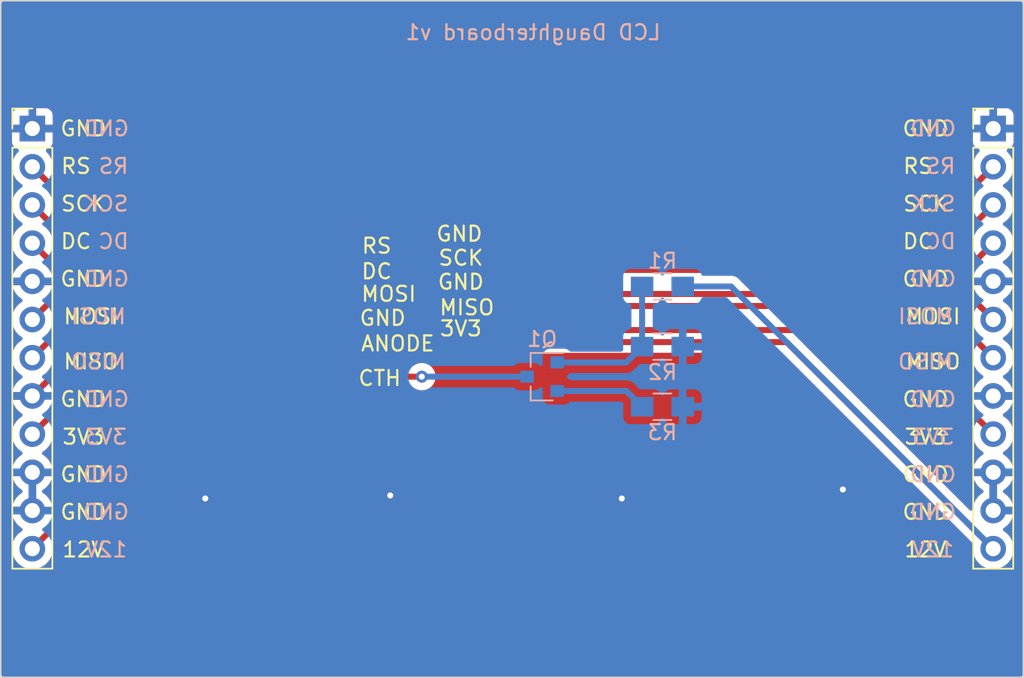
<source format=kicad_pcb>
(kicad_pcb (version 20221018) (generator pcbnew)
  (layers (0 "F.Cu" signal) (31 "B.Cu" signal) (34 "B.Paste" user) (35 "F.Paste" user) (36 "B.SilkS" user "B.Silkscreen") (37 "F.SilkS" user "F.Silkscreen") (38 "B.Mask" user) (39 "F.Mask" user) (44 "Edge.Cuts" user))
  (net 0 "")
  (net 1 "VCC")
  (net 2 "GND")
  (net 3 "LCD_MISO")
  (net 4 "LCD_MOSI")
  (net 5 "LCD_DC")
  (net 6 "LCD_SCK")
  (net 7 "LCD_RESET")
  (net 8 "Net-(Q1-Pad1)")
  (net 9 "Net-(Q1-Pad2)")
  (net 10 "+3V3")
  (net 11 "LCD_CATHODE")
  (net 12 "Net-(U1-Pad15)")
  (net 13 "Net-(U1-Pad16)")
  (net 14 "Net-(U1-Pad17)")
  (net 15 "Net-(U1-Pad18)")
  (footprint "Custom_Footprints:18x0.8mmLCDConnector" (layer "F.Cu") (at 121.5 115.5 -90)
    (fp_text reference "U1" hide)
    (fp_text value "ILI9341_SPI_Bare")
    (pad "1" smd rect (at 0 0 270) (size 0.4 3) (layers "F.Cu" "F.Paste" "F.Mask") (net 2 "GND"))
    (pad "2" smd rect (at 0.8 0 270) (size 0.4 3) (layers "F.Cu" "F.Paste" "F.Mask") (net 7 "LCD_RESET"))
    (pad "3" smd rect (at 1.6 0 270) (size 0.4 3) (layers "F.Cu" "F.Paste" "F.Mask") (net 6 "LCD_SCK"))
    (pad "4" smd rect (at 2.4 0 270) (size 0.4 3) (layers "F.Cu" "F.Paste" "F.Mask") (net 5 "LCD_DC"))
    (pad "5" smd rect (at 3.2 0 270) (size 0.4 3) (layers "F.Cu" "F.Paste" "F.Mask") (net 2 "GND"))
    (pad "6" smd rect (at 4 0 270) (size 0.4 3) (layers "F.Cu" "F.Paste" "F.Mask") (net 4 "LCD_MOSI"))
    (pad "7" smd rect (at 4.8 0 270) (size 0.4 3) (layers "F.Cu" "F.Paste" "F.Mask") (net 3 "LCD_MISO"))
    (pad "8" smd rect (at 5.6 0 270) (size 0.4 3) (layers "F.Cu" "F.Paste" "F.Mask") (net 2 "GND"))
    (pad "9" smd rect (at 6.4 0 270) (size 0.4 3) (layers "F.Cu" "F.Paste" "F.Mask") (net 10 "+3V3"))
    (pad "10" smd rect (at 7.2 0 270) (size 0.4 3) (layers "F.Cu" "F.Paste" "F.Mask") (net 1 "VCC"))
    (pad "11" smd rect (at 8 0 270) (size 0.4 3) (layers "F.Cu" "F.Paste" "F.Mask") (net 11 "LCD_CATHODE"))
    (pad "12" smd rect (at 8.8 0 270) (size 0.4 3) (layers "F.Cu" "F.Paste" "F.Mask") (net 11 "LCD_CATHODE"))
    (pad "13" smd rect (at 9.6 0 270) (size 0.4 3) (layers "F.Cu" "F.Paste" "F.Mask") (net 11 "LCD_CATHODE"))
    (pad "14" smd rect (at 10.4 0 270) (size 0.4 3) (layers "F.Cu" "F.Paste" "F.Mask") (net 11 "LCD_CATHODE"))
    (pad "15" smd rect (at 11.2 0 270) (size 0.4 3) (layers "F.Cu" "F.Paste" "F.Mask") (net 12 "Net-(U1-Pad15)"))
    (pad "16" smd rect (at 12 0 270) (size 0.4 3) (layers "F.Cu" "F.Paste" "F.Mask") (net 13 "Net-(U1-Pad16)"))
    (pad "17" smd rect (at 12.8 0 270) (size 0.4 3) (layers "F.Cu" "F.Paste" "F.Mask") (net 14 "Net-(U1-Pad17)"))
    (pad "18" smd rect (at 13.6 0 270) (size 0.4 3) (layers "F.Cu" "F.Paste" "F.Mask") (net 15 "Net-(U1-Pad18)"))
  )
  (footprint "Pin_Headers:Pin_Header_Straight_1x12_Pitch2.54mm" (layer "F.Cu") (at 166 108.5)
    (fp_text reference "J2" hide)
    (fp_text value "Conn_01x12" hide)
    (fp_line (start -1.33 -1.33) (end 0 -1.33) (stroke (width 0.12)) (layer "F.SilkS"))
    (fp_line (start -1.33 0) (end -1.33 -1.33) (stroke (width 0.12)) (layer "F.SilkS"))
    (fp_line (start -1.33 1.27) (end -1.33 29.27) (stroke (width 0.12)) (layer "F.SilkS"))
    (fp_line (start -1.33 1.27) (end 1.33 1.27) (stroke (width 0.12)) (layer "F.SilkS"))
    (fp_line (start -1.33 29.27) (end 1.33 29.27) (stroke (width 0.12)) (layer "F.SilkS"))
    (fp_line (start 1.33 1.27) (end 1.33 29.27) (stroke (width 0.12)) (layer "F.SilkS"))
    (pad "1" thru_hole rect (at 0 0) (size 1.7 1.7) (drill 1) (layers "*.Cu" "*.Mask") (net 2 "GND"))
    (pad "2" thru_hole oval (at 0 2.54) (size 1.7 1.7) (drill 1) (layers "*.Cu" "*.Mask") (net 7 "LCD_RESET"))
    (pad "3" thru_hole oval (at 0 5.08) (size 1.7 1.7) (drill 1) (layers "*.Cu" "*.Mask") (net 6 "LCD_SCK"))
    (pad "4" thru_hole oval (at 0 7.62) (size 1.7 1.7) (drill 1) (layers "*.Cu" "*.Mask") (net 5 "LCD_DC"))
    (pad "5" thru_hole oval (at 0 10.16) (size 1.7 1.7) (drill 1) (layers "*.Cu" "*.Mask") (net 2 "GND"))
    (pad "6" thru_hole oval (at 0 12.7) (size 1.7 1.7) (drill 1) (layers "*.Cu" "*.Mask") (net 4 "LCD_MOSI"))
    (pad "7" thru_hole oval (at 0 15.24) (size 1.7 1.7) (drill 1) (layers "*.Cu" "*.Mask") (net 3 "LCD_MISO"))
    (pad "8" thru_hole oval (at 0 17.78) (size 1.7 1.7) (drill 1) (layers "*.Cu" "*.Mask") (net 2 "GND"))
    (pad "9" thru_hole oval (at 0 20.32) (size 1.7 1.7) (drill 1) (layers "*.Cu" "*.Mask") (net 10 "+3V3"))
    (pad "10" thru_hole oval (at 0 22.86) (size 1.7 1.7) (drill 1) (layers "*.Cu" "*.Mask") (net 2 "GND"))
    (pad "11" thru_hole oval (at 0 25.4) (size 1.7 1.7) (drill 1) (layers "*.Cu" "*.Mask") (net 2 "GND"))
    (pad "12" thru_hole oval (at 0 27.94) (size 1.7 1.7) (drill 1) (layers "*.Cu" "*.Mask") (net 1 "VCC"))
  )
  (footprint "Pin_Headers:Pin_Header_Straight_1x12_Pitch2.54mm" (layer "F.Cu") (at 102.1 108.5)
    (fp_text reference "J1" hide)
    (fp_text value "Conn_01x12" hide)
    (fp_line (start -1.33 -1.33) (end 0 -1.33) (stroke (width 0.12)) (layer "F.SilkS"))
    (fp_line (start -1.33 0) (end -1.33 -1.33) (stroke (width 0.12)) (layer "F.SilkS"))
    (fp_line (start -1.33 1.27) (end -1.33 29.27) (stroke (width 0.12)) (layer "F.SilkS"))
    (fp_line (start -1.33 1.27) (end 1.33 1.27) (stroke (width 0.12)) (layer "F.SilkS"))
    (fp_line (start -1.33 29.27) (end 1.33 29.27) (stroke (width 0.12)) (layer "F.SilkS"))
    (fp_line (start 1.33 1.27) (end 1.33 29.27) (stroke (width 0.12)) (layer "F.SilkS"))
    (pad "1" thru_hole rect (at 0 0) (size 1.7 1.7) (drill 1) (layers "*.Cu" "*.Mask") (net 2 "GND"))
    (pad "2" thru_hole oval (at 0 2.54) (size 1.7 1.7) (drill 1) (layers "*.Cu" "*.Mask") (net 7 "LCD_RESET"))
    (pad "3" thru_hole oval (at 0 5.08) (size 1.7 1.7) (drill 1) (layers "*.Cu" "*.Mask") (net 6 "LCD_SCK"))
    (pad "4" thru_hole oval (at 0 7.62) (size 1.7 1.7) (drill 1) (layers "*.Cu" "*.Mask") (net 5 "LCD_DC"))
    (pad "5" thru_hole oval (at 0 10.16) (size 1.7 1.7) (drill 1) (layers "*.Cu" "*.Mask") (net 2 "GND"))
    (pad "6" thru_hole oval (at 0 12.7) (size 1.7 1.7) (drill 1) (layers "*.Cu" "*.Mask") (net 4 "LCD_MOSI"))
    (pad "7" thru_hole oval (at 0 15.24) (size 1.7 1.7) (drill 1) (layers "*.Cu" "*.Mask") (net 3 "LCD_MISO"))
    (pad "8" thru_hole oval (at 0 17.78) (size 1.7 1.7) (drill 1) (layers "*.Cu" "*.Mask") (net 2 "GND"))
    (pad "9" thru_hole oval (at 0 20.32) (size 1.7 1.7) (drill 1) (layers "*.Cu" "*.Mask") (net 10 "+3V3"))
    (pad "10" thru_hole oval (at 0 22.86) (size 1.7 1.7) (drill 1) (layers "*.Cu" "*.Mask") (net 2 "GND"))
    (pad "11" thru_hole oval (at 0 25.4) (size 1.7 1.7) (drill 1) (layers "*.Cu" "*.Mask") (net 2 "GND"))
    (pad "12" thru_hole oval (at 0 27.94) (size 1.7 1.7) (drill 1) (layers "*.Cu" "*.Mask") (net 1 "VCC"))
  )
  (footprint "TO_SOT_Packages_SMD:SOT-23" (layer "B.Cu") (at 136 125 180)
    (fp_text reference "Q1" (at 0 2.5 180) (layer "B.SilkS") (effects (justify mirror)))
    (fp_text value "MMBT3904")
    (fp_line (start 0.76 -1.58) (end -0.7 -1.58) (stroke (width 0.12)) (layer "B.SilkS"))
    (fp_line (start 0.76 -1.58) (end 0.76 -0.65) (stroke (width 0.12)) (layer "B.SilkS"))
    (fp_line (start 0.76 1.58) (end -1.4 1.58) (stroke (width 0.12)) (layer "B.SilkS"))
    (fp_line (start 0.76 1.58) (end 0.76 0.65) (stroke (width 0.12)) (layer "B.SilkS"))
    (pad "1" smd rect (at -1 0.95 180) (size 0.9 0.8) (layers "B.Cu" "B.Paste" "B.Mask") (net 8 "Net-(Q1-Pad1)"))
    (pad "2" smd rect (at -1 -0.95 180) (size 0.9 0.8) (layers "B.Cu" "B.Paste" "B.Mask") (net 9 "Net-(Q1-Pad2)"))
    (pad "3" smd rect (at 1 0 180) (size 0.9 0.8) (layers "B.Cu" "B.Paste" "B.Mask") (net 11 "LCD_CATHODE"))
  )
  (footprint "Resistors_SMD:R_0805_HandSoldering" (layer "B.Cu") (at 144 119 180)
    (fp_text reference "R1" (at 0 1.7 180) (layer "B.SilkS") (effects (justify mirror)))
    (fp_text value "220")
    (fp_line (start -0.6 0.88) (end 0.6 0.88) (stroke (width 0.12)) (layer "B.SilkS"))
    (fp_line (start 0.6 -0.88) (end -0.6 -0.88) (stroke (width 0.12)) (layer "B.SilkS"))
    (pad "1" smd rect (at -1.35 0 180) (size 1.5 1.3) (layers "B.Cu" "B.Paste" "B.Mask") (net 1 "VCC"))
    (pad "2" smd rect (at 1.35 0 180) (size 1.5 1.3) (layers "B.Cu" "B.Paste" "B.Mask") (net 8 "Net-(Q1-Pad1)"))
  )
  (footprint "Resistors_SMD:R_0805_HandSoldering" (layer "B.Cu") (at 144 127)
    (fp_text reference "R3" (at 0 1.7) (layer "B.SilkS") (effects (justify mirror)))
    (fp_text value "100")
    (fp_line (start -0.6 0.88) (end 0.6 0.88) (stroke (width 0.12)) (layer "B.SilkS"))
    (fp_line (start 0.6 -0.88) (end -0.6 -0.88) (stroke (width 0.12)) (layer "B.SilkS"))
    (pad "1" smd rect (at -1.35 0) (size 1.5 1.3) (layers "B.Cu" "B.Paste" "B.Mask") (net 9 "Net-(Q1-Pad2)"))
    (pad "2" smd rect (at 1.35 0) (size 1.5 1.3) (layers "B.Cu" "B.Paste" "B.Mask") (net 2 "GND"))
  )
  (footprint "Resistors_SMD:R_0805_HandSoldering" (layer "B.Cu") (at 144 123)
    (fp_text reference "R2" (at 0 1.7) (layer "B.SilkS") (effects (justify mirror)))
    (fp_text value "1k")
    (fp_line (start -0.6 0.88) (end 0.6 0.88) (stroke (width 0.12)) (layer "B.SilkS"))
    (fp_line (start 0.6 -0.88) (end -0.6 -0.88) (stroke (width 0.12)) (layer "B.SilkS"))
    (pad "1" smd rect (at -1.35 0) (size 1.5 1.3) (layers "B.Cu" "B.Paste" "B.Mask") (net 8 "Net-(Q1-Pad1)"))
    (pad "2" smd rect (at 1.35 0) (size 1.5 1.3) (layers "B.Cu" "B.Paste" "B.Mask") (net 2 "GND"))
  )
  (gr_line (start 100 145) (end 168 145) (stroke (width 0.1)) (layer "Edge.Cuts"))
  (gr_line (start 168 100) (end 168 145) (stroke (width 0.1)) (layer "Edge.Cuts"))
  (gr_line (start 100 100) (end 100 145) (stroke (width 0.1)) (layer "Edge.Cuts"))
  (gr_line (start 100 100) (end 168 100) (stroke (width 0.1)) (layer "Edge.Cuts"))
  (gr_text "RS" (at 107.5 111) (layer "B.SilkS") (effects (font (size 1 1)) (justify mirror)))
  (gr_text "GND" (at 107 131.5) (layer "B.SilkS") (effects (font (size 1 1)) (justify mirror)))
  (gr_text "SCK" (at 107 113.5) (layer "B.SilkS") (effects (font (size 1 1)) (justify mirror)))
  (gr_text "GND" (at 107 108.5) (layer "B.SilkS") (effects (font (size 1 1)) (justify mirror)))
  (gr_text "MISO" (at 106.5 124) (layer "B.SilkS") (effects (font (size 1 1)) (justify mirror)))
  (gr_text "GND" (at 107 126.5) (layer "B.SilkS") (effects (font (size 1 1)) (justify mirror)))
  (gr_text "MOSI" (at 106.5 121) (layer "B.SilkS") (effects (font (size 1 1)) (justify mirror)))
  (gr_text "GND" (at 107 134) (layer "B.SilkS") (effects (font (size 1 1)) (justify mirror)))
  (gr_text "12V" (at 107 136.5) (layer "B.SilkS") (effects (font (size 1 1)) (justify mirror)))
  (gr_text "3V3" (at 107 129) (layer "B.SilkS") (effects (font (size 1 1)) (justify mirror)))
  (gr_text "DC" (at 107.5 116) (layer "B.SilkS") (effects (font (size 1 1)) (justify mirror)))
  (gr_text "GND" (at 107 118.5) (layer "B.SilkS") (effects (font (size 1 1)) (justify mirror)))
  (gr_text "DC" (at 162.5 116) (layer "B.SilkS") (effects (font (size 1 1)) (justify mirror)))
  (gr_text "GND" (at 162 108.5) (layer "B.SilkS") (effects (font (size 1 1)) (justify mirror)))
  (gr_text "SCK" (at 162 113.5) (layer "B.SilkS") (effects (font (size 1 1)) (justify mirror)))
  (gr_text "GND" (at 162 134) (layer "B.SilkS") (effects (font (size 1 1)) (justify mirror)))
  (gr_text "GND" (at 162 118.5) (layer "B.SilkS") (effects (font (size 1 1)) (justify mirror)))
  (gr_text "RS" (at 162.5 111) (layer "B.SilkS") (effects (font (size 1 1)) (justify mirror)))
  (gr_text "12V" (at 162 136.5) (layer "B.SilkS") (effects (font (size 1 1)) (justify mirror)))
  (gr_text "MOSI" (at 161.5 121) (layer "B.SilkS") (effects (font (size 1 1)) (justify mirror)))
  (gr_text "MISO" (at 161.5 124) (layer "B.SilkS") (effects (font (size 1 1)) (justify mirror)))
  (gr_text "GND" (at 162 131.5) (layer "B.SilkS") (effects (font (size 1 1)) (justify mirror)))
  (gr_text "GND" (at 162 126.5) (layer "B.SilkS") (effects (font (size 1 1)) (justify mirror)))
  (gr_text "3V3" (at 162 129) (layer "B.SilkS") (effects (font (size 1 1)) (justify mirror)))
  (gr_text "LCD Daughterboard v1" (at 135.4 102.1) (layer "B.SilkS") (effects (font (size 1 1)) (justify mirror)))
  (gr_text "RS" (at 105 111) (layer "F.SilkS") (effects (font (size 1 1))))
  (gr_text "SCK" (at 105.5 113.5) (layer "F.SilkS") (effects (font (size 1 1))))
  (gr_text "GND" (at 105.5 118.5) (layer "F.SilkS") (effects (font (size 1 1))))
  (gr_text "MOSI" (at 106 121) (layer "F.SilkS") (effects (font (size 1 1))))
  (gr_text "MISO" (at 106 124) (layer "F.SilkS") (effects (font (size 1 1))))
  (gr_text "GND" (at 105.5 126.5) (layer "F.SilkS") (effects (font (size 1 1))))
  (gr_text "3V3" (at 105.5 129) (layer "F.SilkS") (effects (font (size 1 1))))
  (gr_text "GND" (at 105.5 131.5) (layer "F.SilkS") (effects (font (size 1 1))))
  (gr_text "GND" (at 105.5 134) (layer "F.SilkS") (effects (font (size 1 1))))
  (gr_text "DC" (at 105 116) (layer "F.SilkS") (effects (font (size 1 1))))
  (gr_text "12V" (at 105.5 136.5) (layer "F.SilkS") (effects (font (size 1 1))))
  (gr_text "3V3" (at 161.5 129) (layer "F.SilkS") (effects (font (size 1 1))))
  (gr_text "DC" (at 161 116) (layer "F.SilkS") (effects (font (size 1 1))))
  (gr_text "12V" (at 161.5 136.5) (layer "F.SilkS") (effects (font (size 1 1))))
  (gr_text "GND" (at 161.5 118.5) (layer "F.SilkS") (effects (font (size 1 1))))
  (gr_text "MISO" (at 162 124) (layer "F.SilkS") (effects (font (size 1 1))))
  (gr_text "GND" (at 161.5 126.5) (layer "F.SilkS") (effects (font (size 1 1))))
  (gr_text "MOSI" (at 162 121) (layer "F.SilkS") (effects (font (size 1 1))))
  (gr_text "GND" (at 161.5 134) (layer "F.SilkS") (effects (font (size 1 1))))
  (gr_text "GND" (at 161.5 131.5) (layer "F.SilkS") (effects (font (size 1 1))))
  (gr_text "GND" (at 161.5 108.5) (layer "F.SilkS") (effects (font (size 1 1))))
  (gr_text "RS" (at 161 111) (layer "F.SilkS") (effects (font (size 1 1))))
  (gr_text "SCK" (at 161.5 113.5) (layer "F.SilkS") (effects (font (size 1 1))))
  (gr_text "3V3" (at 130.6 121.8) (layer "F.SilkS") (effects (font (size 1 1))))
  (gr_text "DC" (at 125 118) (layer "F.SilkS") (effects (font (size 1 1))))
  (gr_text "GND" (at 130.6 118.7) (layer "F.SilkS") (effects (font (size 1 1))))
  (gr_text "MISO" (at 131 120.4) (layer "F.SilkS") (effects (font (size 1 1))))
  (gr_text "GND" (at 125.4 121.1) (layer "F.SilkS") (effects (font (size 1 1))))
  (gr_text "MOSI" (at 125.8 119.5) (layer "F.SilkS") (effects (font (size 1 1))))
  (gr_text "ANODE" (at 126.4 122.8) (layer "F.SilkS") (effects (font (size 1 1))))
  (gr_text "GND" (at 130.5 115.5) (layer "F.SilkS") (effects (font (size 1 1))))
  (gr_text "RS" (at 125 116.3) (layer "F.SilkS") (effects (font (size 1 1))))
  (gr_text "SCK" (at 130.6 117.1) (layer "F.SilkS") (effects (font (size 1 1))))
  (gr_text "CTH" (at 125.2 125.1) (layer "F.SilkS") (effects (font (size 1 1))))
  (gr_text "GND" (at 105.5 108.5) (layer "F.SilkS") (effects (font (size 1 1))))
  (segment (start 102.1 136.44) (end 115.84 122.7) (width 0.4) (layer "F.Cu") (net 1))
  (segment (start 115.84 122.7) (end 121.5 122.7) (width 0.4) (layer "F.Cu") (net 1))
  (segment (start 121.5 122.7) (end 152.26 122.7) (width 0.4) (layer "F.Cu") (net 1))
  (segment (start 152.26 122.7) (end 166 136.44) (width 0.4) (layer "F.Cu") (net 1))
  (segment (start 148.56 119) (end 166 136.44) (width 0.4) (layer "B.Cu") (net 1))
  (segment (start 145.35 119) (end 148.56 119) (width 0.4) (layer "B.Cu") (net 1))
  (segment (start 102.1 118.66) (end 121.46 118.66) (width 0.4) (layer "F.Cu") (net 2))
  (segment (start 121.5 121.1) (end 107.28 121.1) (width 0.4) (layer "F.Cu") (net 2))
  (segment (start 121.46 118.66) (end 121.5 118.7) (width 0.4) (layer "F.Cu") (net 2))
  (segment (start 107.28 121.1) (end 102.1 126.28) (width 0.4) (layer "F.Cu") (net 2))
  (via (at 156 132.5) (size 0.8) (drill 0.4) (layers "F.Cu" "B.Cu") (net 2))
  (via (at 125.9 132.9) (size 0.8) (drill 0.4) (layers "F.Cu" "B.Cu") (net 2))
  (via (at 113.6 133.1) (size 0.8) (drill 0.4) (layers "F.Cu" "B.Cu") (net 2))
  (via (at 141.3 133.1) (size 0.8) (drill 0.4) (layers "F.Cu" "B.Cu") (net 2))
  (segment (start 121.5 120.3) (end 162.56 120.3) (width 0.4) (layer "F.Cu") (net 3))
  (segment (start 105.54 120.3) (end 121.5 120.3) (width 0.4) (layer "F.Cu") (net 3))
  (segment (start 102.1 123.74) (end 105.54 120.3) (width 0.4) (layer "F.Cu") (net 3))
  (segment (start 162.56 120.3) (end 166 123.74) (width 0.4) (layer "F.Cu") (net 3))
  (segment (start 102.1 121.2) (end 103.8 119.5) (width 0.4) (layer "F.Cu") (net 4))
  (segment (start 164.3 119.5) (end 166 121.2) (width 0.4) (layer "F.Cu") (net 4))
  (segment (start 103.8 119.5) (end 121.5 119.5) (width 0.4) (layer "F.Cu") (net 4))
  (segment (start 121.5 119.5) (end 164.3 119.5) (width 0.4) (layer "F.Cu") (net 4))
  (segment (start 103.88 117.9) (end 121.5 117.9) (width 0.4) (layer "F.Cu") (net 5))
  (segment (start 121.5 117.9) (end 164.22 117.9) (width 0.4) (layer "F.Cu") (net 5))
  (segment (start 102.1 116.12) (end 103.88 117.9) (width 0.4) (layer "F.Cu") (net 5))
  (segment (start 164.22 117.9) (end 166 116.12) (width 0.4) (layer "F.Cu") (net 5))
  (segment (start 105.62 117.1) (end 102.1 113.58) (width 0.4) (layer "F.Cu") (net 6))
  (segment (start 121.5 117.1) (end 162.48 117.1) (width 0.4) (layer "F.Cu") (net 6))
  (segment (start 162.48 117.1) (end 166 113.58) (width 0.4) (layer "F.Cu") (net 6))
  (segment (start 121.5 117.1) (end 105.62 117.1) (width 0.4) (layer "F.Cu") (net 6))
  (segment (start 102.1 111.04) (end 107.36 116.3) (width 0.4) (layer "F.Cu") (net 7))
  (segment (start 107.36 116.3) (end 121.5 116.3) (width 0.4) (layer "F.Cu") (net 7))
  (segment (start 121.5 116.3) (end 160.74 116.3) (width 0.4) (layer "F.Cu") (net 7))
  (segment (start 160.74 116.3) (end 166 111.04) (width 0.4) (layer "F.Cu") (net 7))
  (segment (start 141.6 124.05) (end 142.65 123) (width 0.4) (layer "B.Cu") (net 8))
  (segment (start 137 124.05) (end 141.6 124.05) (width 0.4) (layer "B.Cu") (net 8))
  (segment (start 142.65 119) (end 142.65 123) (width 0.4) (layer "B.Cu") (net 8))
  (segment (start 141.6 125.95) (end 142.65 127) (width 0.4) (layer "B.Cu") (net 9))
  (segment (start 137 125.95) (end 141.6 125.95) (width 0.4) (layer "B.Cu") (net 9))
  (segment (start 121.5 121.9) (end 109.02 121.9) (width 0.4) (layer "F.Cu") (net 10))
  (segment (start 109.02 121.9) (end 102.1 128.82) (width 0.4) (layer "F.Cu") (net 10))
  (segment (start 159.08 121.9) (end 166 128.82) (width 0.4) (layer "F.Cu") (net 10))
  (segment (start 121.5 121.9) (end 159.08 121.9) (width 0.4) (layer "F.Cu") (net 10))
  (segment (start 121.5 125.9) (end 121.5 123.5) (width 0.4) (layer "F.Cu") (net 11))
  (segment (start 121.6 125) (end 121.5 125.1) (width 0.4) (layer "F.Cu") (net 11))
  (segment (start 128 125) (end 121.6 125) (width 0.4) (layer "F.Cu") (net 11))
  (via (at 128 125) (size 0.8) (drill 0.4) (layers "F.Cu" "B.Cu") (net 11))
  (segment (start 135 125) (end 128 125) (width 0.4) (layer "B.Cu") (net 11))
  (zone (net 2) (net_name "GND") (layer "F.Cu") (connect_pads (clearance 0.508)) (min_thickness 0.254) (fill yes (thermal_gap 0.508) (thermal_bridge_width 0.508))
    (polygon (pts (xy 100 100) (xy 168 100) (xy 168 145) (xy 100 145)))
  )
  (zone (net 2) (net_name "GND") (layer "B.Cu") (connect_pads (clearance 0.508)) (min_thickness 0.254) (fill yes (thermal_gap 0.508) (thermal_bridge_width 0.508))
    (polygon (pts (xy 100 100) (xy 168 100) (xy 168 145) (xy 100 145)))
  )
)
</source>
